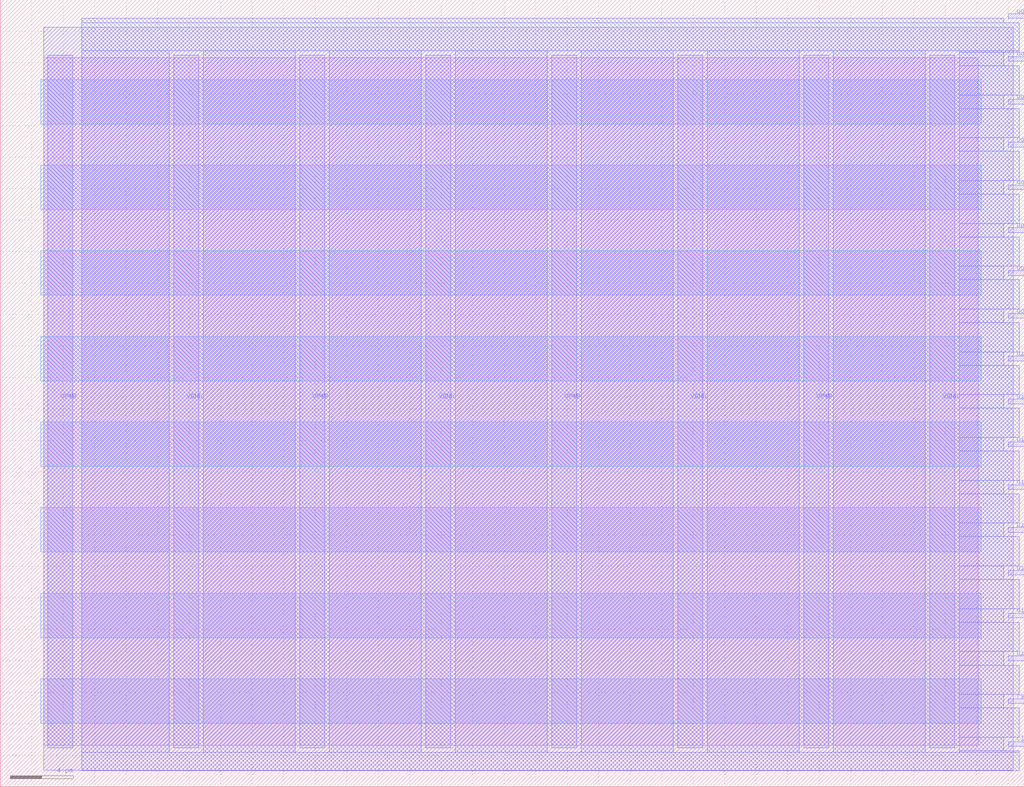
<source format=lef>
VERSION 5.7 ;
  NOWIREEXTENSIONATPIN ON ;
  DIVIDERCHAR "/" ;
  BUSBITCHARS "[]" ;
MACRO tt_um_micro3
  CLASS BLOCK ;
  FOREIGN tt_um_micro3 ;
  ORIGIN 0.000 0.000 ;
  SIZE 65.000 BY 50.000 ;
  PIN VGND
    DIRECTION INOUT ;
    USE GROUND ;
    PORT
      LAYER met2 ;
        RECT 11.000 2.480 12.600 46.480 ;
    END
    PORT
      LAYER met2 ;
        RECT 27.000 2.480 28.600 46.480 ;
    END
    PORT
      LAYER met2 ;
        RECT 43.000 2.480 44.600 46.480 ;
    END
    PORT
      LAYER met2 ;
        RECT 59.000 2.480 60.600 46.480 ;
    END
  END VGND
  PIN VPWR
    DIRECTION INOUT ;
    USE POWER ;
    PORT
      LAYER met2 ;
        RECT 3.000 2.480 4.600 46.480 ;
    END
    PORT
      LAYER met2 ;
        RECT 19.000 2.480 20.600 46.480 ;
    END
    PORT
      LAYER met2 ;
        RECT 35.000 2.480 36.600 46.480 ;
    END
    PORT
      LAYER met2 ;
        RECT 51.000 2.480 52.600 46.480 ;
    END
  END VPWR
  PIN clk
    DIRECTION INPUT ;
    USE SIGNAL ;
    ANTENNAGATEAREA 0.852000 ;
    PORT
      LAYER met2 ;
        RECT 64.000 2.570 65.000 2.870 ;
    END
  END clk
  PIN rst_n
    DIRECTION INPUT ;
    USE SIGNAL ;
    ANTENNAGATEAREA 0.196500 ;
    PORT
      LAYER met2 ;
        RECT 64.000 5.290 65.000 5.590 ;
    END
  END rst_n
  PIN ui_in[0]
    DIRECTION INPUT ;
    USE SIGNAL ;
    ANTENNAGATEAREA 0.196500 ;
    PORT
      LAYER met2 ;
        RECT 64.000 8.010 65.000 8.310 ;
    END
  END ui_in[0]
  PIN ui_in[1]
    DIRECTION INPUT ;
    USE SIGNAL ;
    ANTENNAGATEAREA 0.196500 ;
    PORT
      LAYER met2 ;
        RECT 64.000 10.730 65.000 11.030 ;
    END
  END ui_in[1]
  PIN ui_in[2]
    DIRECTION INPUT ;
    USE SIGNAL ;
    ANTENNAGATEAREA 0.196500 ;
    PORT
      LAYER met2 ;
        RECT 64.000 13.450 65.000 13.750 ;
    END
  END ui_in[2]
  PIN ui_in[3]
    DIRECTION INPUT ;
    USE SIGNAL ;
    ANTENNAGATEAREA 0.196500 ;
    PORT
      LAYER met2 ;
        RECT 64.000 16.170 65.000 16.470 ;
    END
  END ui_in[3]
  PIN ui_in[4]
    DIRECTION INPUT ;
    USE SIGNAL ;
    ANTENNAGATEAREA 0.196500 ;
    PORT
      LAYER met2 ;
        RECT 64.000 18.890 65.000 19.190 ;
    END
  END ui_in[4]
  PIN ui_in[5]
    DIRECTION INPUT ;
    USE SIGNAL ;
    ANTENNAGATEAREA 0.196500 ;
    PORT
      LAYER met2 ;
        RECT 64.000 21.610 65.000 21.910 ;
    END
  END ui_in[5]
  PIN ui_in[6]
    DIRECTION INPUT ;
    USE SIGNAL ;
    ANTENNAGATEAREA 0.196500 ;
    PORT
      LAYER met2 ;
        RECT 64.000 24.330 65.000 24.630 ;
    END
  END ui_in[6]
  PIN ui_in[7]
    DIRECTION INPUT ;
    USE SIGNAL ;
    ANTENNAGATEAREA 0.196500 ;
    PORT
      LAYER met2 ;
        RECT 64.000 27.050 65.000 27.350 ;
    END
  END ui_in[7]
  PIN uo_out[0]
    DIRECTION OUTPUT ;
    USE SIGNAL ;
    ANTENNADIFFAREA 0.795200 ;
    PORT
      LAYER met2 ;
        RECT 64.000 29.770 65.000 30.070 ;
    END
  END uo_out[0]
  PIN uo_out[1]
    DIRECTION OUTPUT ;
    USE SIGNAL ;
    ANTENNADIFFAREA 0.445500 ;
    PORT
      LAYER met2 ;
        RECT 64.000 32.490 65.000 32.790 ;
    END
  END uo_out[1]
  PIN uo_out[2]
    DIRECTION OUTPUT ;
    USE SIGNAL ;
    ANTENNADIFFAREA 0.445500 ;
    PORT
      LAYER met2 ;
        RECT 64.000 35.210 65.000 35.510 ;
    END
  END uo_out[2]
  PIN uo_out[3]
    DIRECTION OUTPUT ;
    USE SIGNAL ;
    ANTENNADIFFAREA 0.445500 ;
    PORT
      LAYER met2 ;
        RECT 64.000 37.930 65.000 38.230 ;
    END
  END uo_out[3]
  PIN uo_out[4]
    DIRECTION OUTPUT ;
    USE SIGNAL ;
    ANTENNADIFFAREA 0.445500 ;
    PORT
      LAYER met2 ;
        RECT 64.000 40.650 65.000 40.950 ;
    END
  END uo_out[4]
  PIN uo_out[5]
    DIRECTION OUTPUT ;
    USE SIGNAL ;
    ANTENNADIFFAREA 0.445500 ;
    PORT
      LAYER met2 ;
        RECT 64.000 43.370 65.000 43.670 ;
    END
  END uo_out[5]
  PIN uo_out[6]
    DIRECTION OUTPUT ;
    USE SIGNAL ;
    ANTENNADIFFAREA 0.445500 ;
    PORT
      LAYER met2 ;
        RECT 64.000 46.090 65.000 46.390 ;
    END
  END uo_out[6]
  PIN uo_out[7]
    DIRECTION OUTPUT ;
    USE SIGNAL ;
    ANTENNADIFFAREA 0.795200 ;
    PORT
      LAYER met2 ;
        RECT 64.000 48.810 65.000 49.110 ;
    END
  END uo_out[7]
  OBS
      LAYER nwell ;
        RECT 2.570 42.105 62.290 44.935 ;
        RECT 2.570 36.665 62.290 39.495 ;
        RECT 2.570 31.225 62.290 34.055 ;
        RECT 2.570 25.785 62.290 28.615 ;
        RECT 2.570 20.345 62.290 23.175 ;
        RECT 2.570 14.905 62.290 17.735 ;
        RECT 2.570 9.465 62.290 12.295 ;
        RECT 2.570 4.025 62.290 6.855 ;
      LAYER li1 ;
        RECT 2.760 2.635 62.100 46.325 ;
      LAYER met1 ;
        RECT 2.760 1.060 64.330 48.240 ;
      LAYER met2 ;
        RECT 5.160 48.530 63.720 48.810 ;
        RECT 5.160 46.760 64.700 48.530 ;
        RECT 5.160 2.200 10.720 46.760 ;
        RECT 12.880 2.200 18.720 46.760 ;
        RECT 20.880 2.200 26.720 46.760 ;
        RECT 28.880 2.200 34.720 46.760 ;
        RECT 36.880 2.200 42.720 46.760 ;
        RECT 44.880 2.200 50.720 46.760 ;
        RECT 52.880 2.200 58.720 46.760 ;
        RECT 60.880 46.670 64.700 46.760 ;
        RECT 60.880 45.810 63.720 46.670 ;
        RECT 60.880 43.950 64.700 45.810 ;
        RECT 60.880 43.090 63.720 43.950 ;
        RECT 60.880 41.230 64.700 43.090 ;
        RECT 60.880 40.370 63.720 41.230 ;
        RECT 60.880 38.510 64.700 40.370 ;
        RECT 60.880 37.650 63.720 38.510 ;
        RECT 60.880 35.790 64.700 37.650 ;
        RECT 60.880 34.930 63.720 35.790 ;
        RECT 60.880 33.070 64.700 34.930 ;
        RECT 60.880 32.210 63.720 33.070 ;
        RECT 60.880 30.350 64.700 32.210 ;
        RECT 60.880 29.490 63.720 30.350 ;
        RECT 60.880 27.630 64.700 29.490 ;
        RECT 60.880 26.770 63.720 27.630 ;
        RECT 60.880 24.910 64.700 26.770 ;
        RECT 60.880 24.050 63.720 24.910 ;
        RECT 60.880 22.190 64.700 24.050 ;
        RECT 60.880 21.330 63.720 22.190 ;
        RECT 60.880 19.470 64.700 21.330 ;
        RECT 60.880 18.610 63.720 19.470 ;
        RECT 60.880 16.750 64.700 18.610 ;
        RECT 60.880 15.890 63.720 16.750 ;
        RECT 60.880 14.030 64.700 15.890 ;
        RECT 60.880 13.170 63.720 14.030 ;
        RECT 60.880 11.310 64.700 13.170 ;
        RECT 60.880 10.450 63.720 11.310 ;
        RECT 60.880 8.590 64.700 10.450 ;
        RECT 60.880 7.730 63.720 8.590 ;
        RECT 60.880 5.870 64.700 7.730 ;
        RECT 60.880 5.010 63.720 5.870 ;
        RECT 60.880 3.150 64.700 5.010 ;
        RECT 60.880 2.290 63.720 3.150 ;
        RECT 60.880 2.200 64.700 2.290 ;
        RECT 5.160 1.030 64.700 2.200 ;
  END
END tt_um_micro3
END LIBRARY


</source>
